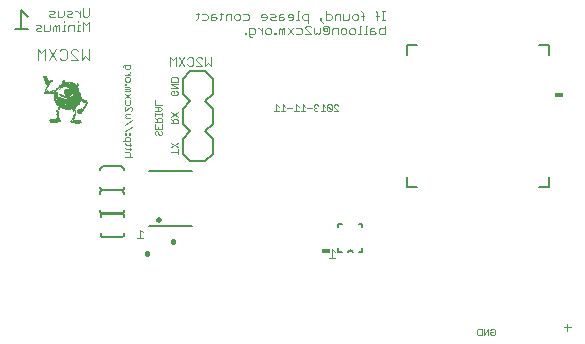
<source format=gbo>
G75*
%MOIN*%
%OFA0B0*%
%FSLAX24Y24*%
%IPPOS*%
%LPD*%
%AMOC8*
5,1,8,0,0,1.08239X$1,22.5*
%
%ADD10C,0.0030*%
%ADD11C,0.0020*%
%ADD12C,0.0060*%
%ADD13R,0.0075X0.0005*%
%ADD14R,0.0095X0.0005*%
%ADD15R,0.0070X0.0005*%
%ADD16R,0.0195X0.0005*%
%ADD17R,0.0135X0.0005*%
%ADD18R,0.0115X0.0005*%
%ADD19R,0.0065X0.0005*%
%ADD20R,0.0165X0.0005*%
%ADD21R,0.0125X0.0005*%
%ADD22R,0.0160X0.0005*%
%ADD23R,0.0140X0.0005*%
%ADD24R,0.0035X0.0005*%
%ADD25R,0.0225X0.0005*%
%ADD26R,0.0155X0.0005*%
%ADD27R,0.0020X0.0005*%
%ADD28R,0.0025X0.0005*%
%ADD29R,0.0190X0.0005*%
%ADD30R,0.0010X0.0005*%
%ADD31R,0.0015X0.0005*%
%ADD32R,0.0085X0.0005*%
%ADD33R,0.0030X0.0005*%
%ADD34R,0.0230X0.0005*%
%ADD35R,0.0080X0.0005*%
%ADD36R,0.0255X0.0005*%
%ADD37R,0.0120X0.0005*%
%ADD38R,0.0220X0.0005*%
%ADD39R,0.0050X0.0005*%
%ADD40R,0.0005X0.0005*%
%ADD41R,0.0040X0.0005*%
%ADD42R,0.0235X0.0005*%
%ADD43R,0.0060X0.0005*%
%ADD44R,0.0105X0.0005*%
%ADD45R,0.0055X0.0005*%
%ADD46R,0.0340X0.0005*%
%ADD47R,0.0325X0.0005*%
%ADD48R,0.0045X0.0005*%
%ADD49R,0.0300X0.0005*%
%ADD50R,0.0285X0.0005*%
%ADD51R,0.0145X0.0005*%
%ADD52R,0.0110X0.0005*%
%ADD53R,0.0100X0.0005*%
%ADD54R,0.0090X0.0005*%
%ADD55R,0.0150X0.0005*%
%ADD56R,0.0215X0.0005*%
%ADD57R,0.0250X0.0005*%
%ADD58R,0.0410X0.0005*%
%ADD59R,0.0430X0.0005*%
%ADD60R,0.0440X0.0005*%
%ADD61R,0.0400X0.0005*%
%ADD62R,0.0465X0.0005*%
%ADD63R,0.0555X0.0005*%
%ADD64R,0.0575X0.0005*%
%ADD65R,0.0590X0.0005*%
%ADD66R,0.0580X0.0005*%
%ADD67R,0.0585X0.0005*%
%ADD68R,0.0595X0.0005*%
%ADD69R,0.0615X0.0005*%
%ADD70R,0.0625X0.0005*%
%ADD71R,0.0630X0.0005*%
%ADD72R,0.0665X0.0005*%
%ADD73R,0.0185X0.0005*%
%ADD74R,0.0425X0.0005*%
%ADD75R,0.0175X0.0005*%
%ADD76R,0.0385X0.0005*%
%ADD77R,0.0370X0.0005*%
%ADD78R,0.0365X0.0005*%
%ADD79R,0.0345X0.0005*%
%ADD80R,0.0130X0.0005*%
%ADD81R,0.0335X0.0005*%
%ADD82R,0.0310X0.0005*%
%ADD83R,0.0315X0.0005*%
%ADD84R,0.0305X0.0005*%
%ADD85R,0.0295X0.0005*%
%ADD86R,0.0245X0.0005*%
%ADD87R,0.0290X0.0005*%
%ADD88R,0.0330X0.0005*%
%ADD89R,0.0280X0.0005*%
%ADD90R,0.0270X0.0005*%
%ADD91R,0.0355X0.0005*%
%ADD92R,0.0360X0.0005*%
%ADD93R,0.0275X0.0005*%
%ADD94R,0.0420X0.0005*%
%ADD95R,0.0265X0.0005*%
%ADD96R,0.0320X0.0005*%
%ADD97R,0.0260X0.0005*%
%ADD98R,0.0170X0.0005*%
%ADD99R,0.0530X0.0005*%
%ADD100R,0.0390X0.0005*%
%ADD101R,0.0180X0.0005*%
%ADD102R,0.0660X0.0005*%
%ADD103R,0.0515X0.0005*%
%ADD104R,0.0510X0.0005*%
%ADD105R,0.0505X0.0005*%
%ADD106R,0.0475X0.0005*%
%ADD107R,0.0480X0.0005*%
%ADD108R,0.0500X0.0005*%
%ADD109R,0.0485X0.0005*%
%ADD110R,0.0445X0.0005*%
%ADD111R,0.0240X0.0005*%
%ADD112R,0.0200X0.0005*%
%ADD113R,0.0350X0.0005*%
%ADD114R,0.0380X0.0005*%
%ADD115R,0.0210X0.0005*%
%ADD116R,0.0205X0.0005*%
%ADD117C,0.0050*%
%ADD118R,0.0280X0.0160*%
%ADD119C,0.0080*%
%ADD120C,0.0160*%
D10*
X004972Y003900D02*
X005165Y003900D01*
X005068Y003900D02*
X005068Y004190D01*
X005165Y004094D01*
X011372Y003240D02*
X011565Y003240D01*
X011468Y003240D02*
X011468Y003530D01*
X011565Y003434D01*
X019178Y000930D02*
X019425Y000930D01*
X019302Y000807D02*
X019302Y001054D01*
X007425Y009645D02*
X007328Y009742D01*
X007232Y009645D01*
X007232Y009935D01*
X007130Y009887D02*
X007082Y009935D01*
X006985Y009935D01*
X006937Y009887D01*
X006937Y009838D01*
X007130Y009645D01*
X006937Y009645D01*
X006836Y009693D02*
X006787Y009645D01*
X006691Y009645D01*
X006642Y009693D01*
X006541Y009645D02*
X006348Y009935D01*
X006246Y009935D02*
X006150Y009838D01*
X006053Y009935D01*
X006053Y009645D01*
X006246Y009645D02*
X006246Y009935D01*
X006541Y009935D02*
X006348Y009645D01*
X006642Y009887D02*
X006691Y009935D01*
X006787Y009935D01*
X006836Y009887D01*
X006836Y009693D01*
X007425Y009645D02*
X007425Y009935D01*
X008700Y010652D02*
X008700Y010893D01*
X008845Y010893D01*
X008893Y010845D01*
X008893Y010748D01*
X008845Y010700D01*
X008700Y010700D01*
X008700Y010652D02*
X008748Y010603D01*
X008797Y010603D01*
X008599Y010700D02*
X008550Y010700D01*
X008550Y010748D01*
X008599Y010748D01*
X008599Y010700D01*
X008994Y010893D02*
X009042Y010893D01*
X009139Y010797D01*
X009139Y010893D02*
X009139Y010700D01*
X009240Y010748D02*
X009240Y010845D01*
X009289Y010893D01*
X009385Y010893D01*
X009434Y010845D01*
X009434Y010748D01*
X009385Y010700D01*
X009289Y010700D01*
X009240Y010748D01*
X009533Y010748D02*
X009533Y010700D01*
X009581Y010700D01*
X009581Y010748D01*
X009533Y010748D01*
X009682Y010700D02*
X009682Y010845D01*
X009730Y010893D01*
X009779Y010845D01*
X009779Y010700D01*
X009876Y010700D02*
X009876Y010893D01*
X009827Y010893D01*
X009779Y010845D01*
X009977Y010893D02*
X010170Y010700D01*
X010271Y010700D02*
X010417Y010700D01*
X010465Y010748D01*
X010465Y010845D01*
X010417Y010893D01*
X010271Y010893D01*
X010170Y010893D02*
X009977Y010700D01*
X010566Y010700D02*
X010760Y010700D01*
X010566Y010893D01*
X010566Y010942D01*
X010614Y010990D01*
X010711Y010990D01*
X010760Y010942D01*
X010861Y010893D02*
X010861Y010748D01*
X010909Y010700D01*
X010957Y010748D01*
X011006Y010700D01*
X011054Y010748D01*
X011054Y010893D01*
X011155Y010845D02*
X011155Y010942D01*
X011204Y010990D01*
X011300Y010990D01*
X011349Y010942D01*
X011349Y010748D01*
X011300Y010700D01*
X011204Y010700D01*
X011155Y010748D01*
X011204Y010797D02*
X011204Y010893D01*
X011300Y010893D01*
X011300Y010797D01*
X011204Y010797D01*
X011155Y010845D01*
X011450Y010845D02*
X011450Y010700D01*
X011450Y010845D02*
X011498Y010893D01*
X011644Y010893D01*
X011644Y010700D01*
X011745Y010748D02*
X011745Y010845D01*
X011793Y010893D01*
X011890Y010893D01*
X011938Y010845D01*
X011938Y010748D01*
X011890Y010700D01*
X011793Y010700D01*
X011745Y010748D01*
X012039Y010748D02*
X012039Y010845D01*
X012088Y010893D01*
X012184Y010893D01*
X012233Y010845D01*
X012233Y010748D01*
X012184Y010700D01*
X012088Y010700D01*
X012039Y010748D01*
X012333Y010700D02*
X012429Y010700D01*
X012381Y010700D02*
X012381Y010990D01*
X012429Y010990D01*
X012577Y010990D02*
X012577Y010700D01*
X012529Y010700D02*
X012626Y010700D01*
X012727Y010700D02*
X012872Y010700D01*
X012920Y010748D01*
X012872Y010797D01*
X012727Y010797D01*
X012727Y010845D02*
X012727Y010700D01*
X012727Y010845D02*
X012775Y010893D01*
X012872Y010893D01*
X013022Y010845D02*
X013022Y010748D01*
X013070Y010700D01*
X013215Y010700D01*
X013215Y010990D01*
X013215Y010893D02*
X013070Y010893D01*
X013022Y010845D01*
X012626Y010990D02*
X012577Y010990D01*
X012479Y011180D02*
X012479Y011422D01*
X012431Y011470D01*
X012431Y011325D02*
X012527Y011325D01*
X012331Y011325D02*
X012331Y011228D01*
X012283Y011180D01*
X012186Y011180D01*
X012138Y011228D01*
X012138Y011325D01*
X012186Y011373D01*
X012283Y011373D01*
X012331Y011325D01*
X012036Y011373D02*
X012036Y011228D01*
X011988Y011180D01*
X011843Y011180D01*
X011843Y011373D01*
X011742Y011373D02*
X011742Y011180D01*
X011742Y011373D02*
X011597Y011373D01*
X011548Y011325D01*
X011548Y011180D01*
X011447Y011228D02*
X011447Y011325D01*
X011399Y011373D01*
X011254Y011373D01*
X011254Y011470D02*
X011254Y011180D01*
X011399Y011180D01*
X011447Y011228D01*
X011152Y011083D02*
X011056Y011180D01*
X011104Y011180D01*
X011104Y011228D01*
X011056Y011228D01*
X011056Y011180D01*
X010661Y011180D02*
X010516Y011180D01*
X010468Y011228D01*
X010468Y011325D01*
X010516Y011373D01*
X010661Y011373D01*
X010661Y011083D01*
X010367Y011180D02*
X010270Y011180D01*
X010318Y011180D02*
X010318Y011470D01*
X010367Y011470D01*
X010170Y011325D02*
X010122Y011373D01*
X010025Y011373D01*
X009977Y011325D01*
X009977Y011277D01*
X010170Y011277D01*
X010170Y011325D02*
X010170Y011228D01*
X010122Y011180D01*
X010025Y011180D01*
X009876Y011228D02*
X009827Y011277D01*
X009682Y011277D01*
X009682Y011325D02*
X009682Y011180D01*
X009827Y011180D01*
X009876Y011228D01*
X009827Y011373D02*
X009730Y011373D01*
X009682Y011325D01*
X009581Y011325D02*
X009533Y011373D01*
X009387Y011373D01*
X009436Y011277D02*
X009533Y011277D01*
X009581Y011325D01*
X009581Y011180D02*
X009436Y011180D01*
X009387Y011228D01*
X009436Y011277D01*
X009286Y011277D02*
X009093Y011277D01*
X009093Y011325D01*
X009141Y011373D01*
X009238Y011373D01*
X009286Y011325D01*
X009286Y011228D01*
X009238Y011180D01*
X009141Y011180D01*
X008697Y011228D02*
X008649Y011180D01*
X008504Y011180D01*
X008402Y011228D02*
X008354Y011180D01*
X008257Y011180D01*
X008209Y011228D01*
X008209Y011325D01*
X008257Y011373D01*
X008354Y011373D01*
X008402Y011325D01*
X008402Y011228D01*
X008504Y011373D02*
X008649Y011373D01*
X008697Y011325D01*
X008697Y011228D01*
X008108Y011180D02*
X008108Y011373D01*
X007963Y011373D01*
X007914Y011325D01*
X007914Y011180D01*
X007765Y011228D02*
X007716Y011180D01*
X007765Y011228D02*
X007765Y011422D01*
X007813Y011373D02*
X007716Y011373D01*
X007568Y011373D02*
X007471Y011373D01*
X007423Y011325D01*
X007423Y011180D01*
X007568Y011180D01*
X007617Y011228D01*
X007568Y011277D01*
X007423Y011277D01*
X007322Y011325D02*
X007322Y011228D01*
X007274Y011180D01*
X007128Y011180D01*
X006979Y011228D02*
X006931Y011180D01*
X006979Y011228D02*
X006979Y011422D01*
X007027Y011373D02*
X006931Y011373D01*
X007128Y011373D02*
X007274Y011373D01*
X007322Y011325D01*
X003345Y011333D02*
X003297Y011285D01*
X003200Y011285D01*
X003152Y011333D01*
X003152Y011575D01*
X003050Y011478D02*
X003050Y011285D01*
X003050Y011382D02*
X002954Y011478D01*
X002905Y011478D01*
X002805Y011430D02*
X002756Y011382D01*
X002660Y011382D01*
X002611Y011333D01*
X002660Y011285D01*
X002805Y011285D01*
X002805Y011430D02*
X002756Y011478D01*
X002611Y011478D01*
X002510Y011478D02*
X002510Y011333D01*
X002462Y011285D01*
X002317Y011285D01*
X002317Y011478D01*
X002216Y011430D02*
X002167Y011382D01*
X002070Y011382D01*
X002022Y011333D01*
X002070Y011285D01*
X002216Y011285D01*
X002216Y011430D02*
X002167Y011478D01*
X002022Y011478D01*
X002511Y011144D02*
X002511Y011095D01*
X002511Y010998D02*
X002511Y010805D01*
X002559Y010805D02*
X002463Y010805D01*
X002363Y010805D02*
X002363Y010998D01*
X002314Y010998D01*
X002266Y010950D01*
X002218Y010998D01*
X002169Y010950D01*
X002169Y010805D01*
X002266Y010805D02*
X002266Y010950D01*
X002068Y010998D02*
X002068Y010853D01*
X002020Y010805D01*
X001875Y010805D01*
X001875Y010998D01*
X001774Y010950D02*
X001725Y010902D01*
X001628Y010902D01*
X001580Y010853D01*
X001628Y010805D01*
X001774Y010805D01*
X001774Y010950D02*
X001725Y010998D01*
X001580Y010998D01*
X002511Y010998D02*
X002559Y010998D01*
X002660Y010950D02*
X002660Y010805D01*
X002660Y010950D02*
X002709Y010998D01*
X002854Y010998D01*
X002854Y010805D01*
X002954Y010805D02*
X003050Y010805D01*
X003002Y010805D02*
X003002Y010998D01*
X003050Y010998D01*
X003002Y011095D02*
X003002Y011144D01*
X003152Y011095D02*
X003152Y010805D01*
X003345Y010805D02*
X003345Y011095D01*
X003248Y010998D01*
X003152Y011095D01*
X003345Y011333D02*
X003345Y011575D01*
X003365Y010215D02*
X003365Y009845D01*
X003242Y009968D01*
X003118Y009845D01*
X003118Y010215D01*
X002997Y010154D02*
X002935Y010215D01*
X002812Y010215D01*
X002750Y010154D01*
X002750Y010092D01*
X002997Y009845D01*
X002750Y009845D01*
X002628Y009907D02*
X002567Y009845D01*
X002443Y009845D01*
X002381Y009907D01*
X002260Y009845D02*
X002013Y010215D01*
X001892Y010215D02*
X001768Y010092D01*
X001645Y010215D01*
X001645Y009845D01*
X001892Y009845D02*
X001892Y010215D01*
X002260Y010215D02*
X002013Y009845D01*
X002381Y010154D02*
X002443Y010215D01*
X002567Y010215D01*
X002628Y010154D01*
X002628Y009907D01*
X012922Y011325D02*
X013019Y011325D01*
X012970Y011422D02*
X012922Y011470D01*
X012970Y011422D02*
X012970Y011180D01*
X013118Y011180D02*
X013215Y011180D01*
X013167Y011180D02*
X013167Y011470D01*
X013215Y011470D02*
X013118Y011470D01*
D11*
X011633Y008360D02*
X011670Y008323D01*
X011633Y008360D02*
X011560Y008360D01*
X011523Y008323D01*
X011523Y008287D01*
X011670Y008140D01*
X011523Y008140D01*
X011449Y008177D02*
X011412Y008140D01*
X011339Y008140D01*
X011302Y008177D01*
X011302Y008323D01*
X011449Y008177D01*
X011449Y008323D01*
X011412Y008360D01*
X011339Y008360D01*
X011302Y008323D01*
X011228Y008287D02*
X011155Y008360D01*
X011155Y008140D01*
X011228Y008140D02*
X011081Y008140D01*
X011007Y008177D02*
X010970Y008140D01*
X010897Y008140D01*
X010860Y008177D01*
X010860Y008213D01*
X010897Y008250D01*
X010934Y008250D01*
X010897Y008250D02*
X010860Y008287D01*
X010860Y008323D01*
X010897Y008360D01*
X010970Y008360D01*
X011007Y008323D01*
X010786Y008250D02*
X010639Y008250D01*
X010565Y008287D02*
X010492Y008360D01*
X010492Y008140D01*
X010565Y008140D02*
X010418Y008140D01*
X010344Y008140D02*
X010197Y008140D01*
X010271Y008140D02*
X010271Y008360D01*
X010344Y008287D01*
X010123Y008250D02*
X009976Y008250D01*
X009902Y008287D02*
X009829Y008360D01*
X009829Y008140D01*
X009902Y008140D02*
X009755Y008140D01*
X009681Y008140D02*
X009534Y008140D01*
X009608Y008140D02*
X009608Y008360D01*
X009681Y008287D01*
X006310Y008106D02*
X006090Y007959D01*
X006090Y007885D02*
X006163Y007811D01*
X006163Y007848D02*
X006163Y007738D01*
X006090Y007738D02*
X006310Y007738D01*
X006310Y007848D01*
X006273Y007885D01*
X006200Y007885D01*
X006163Y007848D01*
X006310Y007959D02*
X006090Y008106D01*
X005785Y008064D02*
X005785Y007991D01*
X005785Y008027D02*
X005565Y008027D01*
X005565Y007991D02*
X005565Y008064D01*
X005565Y008138D02*
X005712Y008138D01*
X005785Y008211D01*
X005712Y008285D01*
X005565Y008285D01*
X005565Y008359D02*
X005565Y008506D01*
X005565Y008359D02*
X005785Y008359D01*
X005675Y008285D02*
X005675Y008138D01*
X005675Y007916D02*
X005638Y007880D01*
X005638Y007770D01*
X005565Y007770D02*
X005785Y007770D01*
X005785Y007880D01*
X005748Y007916D01*
X005675Y007916D01*
X005638Y007843D02*
X005565Y007916D01*
X005565Y007696D02*
X005565Y007549D01*
X005785Y007549D01*
X005785Y007696D01*
X005675Y007622D02*
X005675Y007549D01*
X005638Y007475D02*
X005675Y007438D01*
X005675Y007364D01*
X005712Y007328D01*
X005748Y007328D01*
X005785Y007364D01*
X005785Y007438D01*
X005748Y007475D01*
X005638Y007475D02*
X005602Y007475D01*
X005565Y007438D01*
X005565Y007364D01*
X005602Y007328D01*
X006090Y007086D02*
X006310Y006939D01*
X006310Y006865D02*
X006310Y006718D01*
X006310Y006791D02*
X006090Y006791D01*
X006090Y006939D02*
X006310Y007086D01*
X004753Y007025D02*
X004607Y007025D01*
X004570Y007062D01*
X004570Y007136D02*
X004570Y007246D01*
X004607Y007282D01*
X004680Y007282D01*
X004717Y007246D01*
X004717Y007136D01*
X004497Y007136D01*
X004717Y007062D02*
X004717Y006988D01*
X004717Y006914D02*
X004717Y006841D01*
X004753Y006878D02*
X004607Y006878D01*
X004570Y006914D01*
X004570Y006767D02*
X004680Y006767D01*
X004717Y006730D01*
X004717Y006657D01*
X004680Y006620D01*
X004790Y006620D02*
X004570Y006620D01*
X004570Y007357D02*
X004607Y007357D01*
X004607Y007393D01*
X004570Y007393D01*
X004570Y007357D01*
X004680Y007357D02*
X004717Y007357D01*
X004717Y007393D01*
X004680Y007393D01*
X004680Y007357D01*
X004570Y007467D02*
X004790Y007614D01*
X004790Y007835D02*
X004570Y007688D01*
X004607Y007909D02*
X004570Y007946D01*
X004607Y007982D01*
X004570Y008019D01*
X004607Y008056D01*
X004717Y008056D01*
X004753Y008130D02*
X004790Y008167D01*
X004790Y008240D01*
X004753Y008277D01*
X004717Y008277D01*
X004570Y008130D01*
X004570Y008277D01*
X004607Y008351D02*
X004570Y008388D01*
X004570Y008498D01*
X004570Y008572D02*
X004717Y008719D01*
X004717Y008793D02*
X004570Y008793D01*
X004570Y008866D02*
X004680Y008866D01*
X004717Y008903D01*
X004680Y008940D01*
X004570Y008940D01*
X004570Y009014D02*
X004570Y009051D01*
X004607Y009051D01*
X004607Y009014D01*
X004570Y009014D01*
X004607Y009125D02*
X004570Y009161D01*
X004570Y009235D01*
X004607Y009271D01*
X004680Y009271D01*
X004717Y009235D01*
X004717Y009161D01*
X004680Y009125D01*
X004607Y009125D01*
X004643Y009346D02*
X004717Y009419D01*
X004717Y009456D01*
X004680Y009530D02*
X004607Y009530D01*
X004570Y009566D01*
X004570Y009676D01*
X004533Y009676D02*
X004717Y009676D01*
X004717Y009566D01*
X004680Y009530D01*
X004497Y009603D02*
X004497Y009640D01*
X004533Y009676D01*
X004570Y009346D02*
X004717Y009346D01*
X004680Y008866D02*
X004717Y008830D01*
X004717Y008793D01*
X004570Y008719D02*
X004717Y008572D01*
X004717Y008498D02*
X004717Y008388D01*
X004680Y008351D01*
X004607Y008351D01*
X004607Y007909D02*
X004717Y007909D01*
X006090Y008714D02*
X006090Y008787D01*
X006127Y008824D01*
X006200Y008824D01*
X006200Y008750D01*
X006127Y008677D02*
X006090Y008714D01*
X006127Y008677D02*
X006273Y008677D01*
X006310Y008714D01*
X006310Y008787D01*
X006273Y008824D01*
X006310Y008898D02*
X006090Y008898D01*
X006090Y009045D02*
X006310Y009045D01*
X006310Y009119D02*
X006090Y009119D01*
X006090Y009229D01*
X006127Y009266D01*
X006273Y009266D01*
X006310Y009229D01*
X006310Y009119D01*
X006310Y008898D02*
X006090Y009045D01*
X016301Y000843D02*
X016338Y000880D01*
X016448Y000880D01*
X016448Y000660D01*
X016338Y000660D01*
X016301Y000697D01*
X016301Y000843D01*
X016522Y000880D02*
X016522Y000660D01*
X016669Y000880D01*
X016669Y000660D01*
X016743Y000697D02*
X016743Y000770D01*
X016817Y000770D01*
X016890Y000697D02*
X016853Y000660D01*
X016780Y000660D01*
X016743Y000697D01*
X016890Y000697D02*
X016890Y000843D01*
X016853Y000880D01*
X016780Y000880D01*
X016743Y000843D01*
D12*
X006790Y004295D02*
X005370Y004295D01*
X005370Y006155D02*
X006790Y006155D01*
X001315Y010865D02*
X000888Y010865D01*
X001101Y010865D02*
X001101Y011506D01*
X001315Y011292D01*
D13*
X001975Y009115D03*
X002510Y008970D03*
X002625Y009035D03*
X002625Y009040D03*
X002765Y008905D03*
X002695Y008655D03*
X002635Y008670D03*
X002600Y008585D03*
X002600Y008580D03*
X002500Y008525D03*
X002325Y008525D03*
X002320Y008530D03*
X002235Y008505D03*
X002245Y008480D03*
X002245Y008475D03*
X002245Y008470D03*
X002255Y008445D03*
X002265Y008430D03*
X002265Y008425D03*
X002270Y008420D03*
X002325Y008010D03*
X002340Y007885D03*
X002340Y007880D03*
X002105Y007800D03*
X002095Y007785D03*
X002095Y007780D03*
X002085Y007760D03*
X002835Y007840D03*
X002840Y007850D03*
X002960Y007800D03*
X003015Y007765D03*
X002945Y007720D03*
X003245Y008400D03*
D14*
X002870Y008200D03*
X002870Y008195D03*
X002870Y008175D03*
X002525Y008335D03*
X002510Y008340D03*
X002310Y008365D03*
X002295Y008380D03*
X002630Y008675D03*
X002695Y008660D03*
X002630Y008840D03*
X002745Y008935D03*
X002790Y009050D03*
X002780Y009055D03*
X001965Y009085D03*
X001965Y009145D03*
X002905Y007810D03*
X002940Y007725D03*
X003030Y007750D03*
D15*
X003033Y007725D03*
X002888Y007820D03*
X002838Y007845D03*
X002843Y007855D03*
X002843Y007860D03*
X002848Y007865D03*
X002848Y007870D03*
X002858Y007900D03*
X002858Y007905D03*
X002858Y007910D03*
X002863Y007920D03*
X002863Y007925D03*
X002868Y007935D03*
X002868Y007940D03*
X002883Y007975D03*
X002888Y007985D03*
X003153Y008165D03*
X002713Y008670D03*
X002768Y008895D03*
X002768Y008900D03*
X002223Y008650D03*
X002223Y008645D03*
X002223Y008640D03*
X002223Y008635D03*
X002223Y008615D03*
X002223Y008610D03*
X002243Y008495D03*
X002243Y008490D03*
X002243Y008485D03*
X002253Y008455D03*
X002253Y008450D03*
X002263Y008435D03*
X002313Y008090D03*
X002323Y008040D03*
X002323Y008035D03*
X002323Y008030D03*
X002323Y008025D03*
X002323Y008015D03*
X002338Y007945D03*
X002338Y007940D03*
X002338Y007935D03*
X002338Y007930D03*
X002338Y007925D03*
X002338Y007920D03*
X002338Y007915D03*
X002338Y007910D03*
X002338Y007905D03*
X002338Y007900D03*
X002338Y007895D03*
X002338Y007890D03*
X002103Y007795D03*
D16*
X002975Y007730D03*
X002630Y008755D03*
X002630Y008760D03*
X002630Y008765D03*
X002630Y008770D03*
X002630Y008775D03*
D17*
X002605Y008740D03*
X002605Y008735D03*
X002255Y008690D03*
X002255Y008680D03*
X002255Y008675D03*
X002255Y008670D03*
X002255Y008665D03*
X002255Y008660D03*
X002875Y008945D03*
X002875Y008950D03*
X002865Y008970D03*
X002865Y008975D03*
X002865Y008980D03*
X003250Y008420D03*
X002905Y007735D03*
X002835Y007755D03*
D18*
X003040Y007735D03*
X002360Y008330D03*
X002335Y008345D03*
X002545Y008515D03*
X002255Y008735D03*
X002255Y008740D03*
X002665Y008790D03*
X002725Y008955D03*
X002820Y009030D03*
X002835Y009015D03*
D19*
X002770Y008890D03*
X002570Y009070D03*
X002265Y008815D03*
X002240Y008775D03*
X002240Y008770D03*
X002240Y008755D03*
X002220Y008630D03*
X002220Y008625D03*
X002220Y008620D03*
X002220Y008605D03*
X002220Y008600D03*
X002490Y008530D03*
X002680Y008640D03*
X003160Y008175D03*
X003150Y008160D03*
X002890Y007995D03*
X002890Y007990D03*
X002885Y007980D03*
X002880Y007970D03*
X002880Y007965D03*
X002875Y007960D03*
X002875Y007955D03*
X002870Y007950D03*
X002870Y007945D03*
X002865Y007930D03*
X002860Y007915D03*
X002850Y007890D03*
X002850Y007885D03*
X002850Y007880D03*
X002850Y007875D03*
X002890Y007815D03*
X002845Y007770D03*
X002970Y007785D03*
X002970Y007790D03*
X002330Y007950D03*
X002330Y007955D03*
X002330Y007960D03*
X002330Y007965D03*
X002330Y007970D03*
X002330Y007975D03*
X002330Y007980D03*
X002330Y007985D03*
X002330Y007990D03*
X002330Y007995D03*
X002330Y008000D03*
X002330Y008005D03*
X002320Y008045D03*
X002320Y008050D03*
X002320Y008055D03*
X002320Y008060D03*
X002315Y008065D03*
X002315Y008070D03*
X002315Y008075D03*
X002315Y008080D03*
X002315Y008085D03*
X002310Y008095D03*
X002310Y008100D03*
X002310Y008110D03*
X002310Y008115D03*
X002100Y007790D03*
X002090Y007755D03*
X002170Y007740D03*
X001990Y009075D03*
X001915Y009185D03*
D20*
X002625Y009020D03*
X002895Y008930D03*
X002895Y008925D03*
X002895Y008915D03*
X002900Y008900D03*
X002900Y008895D03*
X002630Y008375D03*
X002630Y008370D03*
X002395Y008315D03*
X003050Y008090D03*
X002890Y007740D03*
D21*
X003045Y007740D03*
X003045Y007745D03*
X003120Y008150D03*
X002365Y008325D03*
X002360Y008505D03*
X002360Y008510D03*
X002350Y008515D03*
X002605Y008720D03*
X002605Y008725D03*
X002580Y008945D03*
X002580Y008950D03*
X002840Y009010D03*
X002845Y009005D03*
X002850Y008995D03*
X002855Y008990D03*
X001965Y009125D03*
X002330Y007850D03*
D22*
X002308Y007840D03*
X002153Y007745D03*
X003068Y008105D03*
X003198Y008455D03*
X002628Y008810D03*
X002898Y008905D03*
X002893Y008920D03*
D23*
X002863Y008985D03*
X002633Y008830D03*
X002633Y008825D03*
X002608Y008745D03*
X002608Y008730D03*
X002258Y008655D03*
X003108Y008140D03*
X002858Y007745D03*
X002833Y007760D03*
D24*
X002800Y007790D03*
X002950Y007745D03*
X003075Y008050D03*
X003000Y008095D03*
X003020Y008160D03*
X003020Y008165D03*
X003020Y008170D03*
X003020Y008175D03*
X003020Y008180D03*
X002905Y008140D03*
X002905Y008135D03*
X002855Y008135D03*
X003190Y008200D03*
X003205Y008235D03*
X003215Y008245D03*
X003215Y008250D03*
X003225Y008265D03*
X003225Y008270D03*
X003230Y008275D03*
X003235Y008280D03*
X003235Y008285D03*
X003250Y008305D03*
X003250Y008310D03*
X003250Y008315D03*
X003270Y008340D03*
X003275Y008355D03*
X003285Y008370D03*
X003285Y008375D03*
X003290Y008380D03*
X003295Y008390D03*
X002685Y008460D03*
X002645Y008360D03*
X002455Y008355D03*
X002435Y008360D03*
X002415Y008370D03*
X002400Y008380D03*
X002355Y008180D03*
X002355Y008175D03*
X002345Y008160D03*
X002300Y008545D03*
X002300Y008550D03*
X002295Y008560D03*
X002295Y008565D03*
X002295Y008570D03*
X002330Y008590D03*
X002355Y008580D03*
X002360Y008575D03*
X002400Y008560D03*
X002470Y008615D03*
X002625Y008660D03*
X002625Y008665D03*
X002705Y008615D03*
X002785Y008770D03*
X002785Y008775D03*
X002785Y008780D03*
X002785Y008785D03*
X002785Y008820D03*
X002785Y008825D03*
X002685Y008915D03*
X002670Y008925D03*
X002655Y008930D03*
X002535Y009055D03*
X002505Y009035D03*
X002480Y009020D03*
X002460Y009005D03*
X002470Y008945D03*
X002355Y008900D03*
X002340Y008890D03*
X002300Y008855D03*
X002285Y008630D03*
X002285Y008625D03*
X001980Y008780D03*
X001970Y008775D03*
X001990Y008990D03*
X001995Y009055D03*
X001955Y009180D03*
X001925Y009240D03*
X001920Y009250D03*
X001925Y009280D03*
X002520Y009130D03*
X002530Y009110D03*
X002165Y007770D03*
D25*
X002180Y007750D03*
X002300Y007775D03*
X002300Y007780D03*
X002300Y007805D03*
X002655Y008200D03*
X002920Y008785D03*
D26*
X003210Y008450D03*
X003225Y008440D03*
X003235Y008430D03*
X003240Y008425D03*
X002670Y008185D03*
X003060Y008100D03*
X003075Y008110D03*
X002850Y007750D03*
X002265Y008595D03*
D27*
X002348Y008585D03*
X002378Y008570D03*
X002348Y008540D03*
X002348Y008535D03*
X002343Y008445D03*
X002343Y008440D03*
X002348Y008430D03*
X002353Y008420D03*
X002368Y008405D03*
X002373Y008400D03*
X002378Y008395D03*
X002388Y008390D03*
X002393Y008385D03*
X002468Y008510D03*
X002483Y008610D03*
X002493Y008635D03*
X002438Y008635D03*
X002718Y008625D03*
X002723Y008630D03*
X002733Y008635D03*
X002753Y008655D03*
X002738Y008865D03*
X002723Y008880D03*
X002498Y008935D03*
X002428Y008985D03*
X002388Y008940D03*
X002378Y008930D03*
X002353Y008910D03*
X002348Y008905D03*
X002018Y009015D03*
X002018Y009030D03*
X002003Y009045D03*
X001983Y009060D03*
X001953Y009030D03*
X001988Y008970D03*
X001988Y008965D03*
X001988Y008960D03*
X001988Y008955D03*
X001988Y008950D03*
X001933Y008795D03*
X001943Y008750D03*
X001903Y008735D03*
X001903Y008730D03*
X001903Y008720D03*
X001918Y009100D03*
X001918Y009110D03*
X001903Y009145D03*
X001968Y009170D03*
X001973Y009165D03*
X001963Y009185D03*
X001963Y009190D03*
X001943Y009220D03*
X001938Y009230D03*
X001933Y009235D03*
X001923Y009255D03*
X001903Y009245D03*
X001908Y009230D03*
X001878Y009235D03*
X001873Y009245D03*
X001863Y009260D03*
X001863Y009265D03*
X001893Y009270D03*
X001928Y009285D03*
X001958Y009240D03*
X002993Y009030D03*
X002993Y009025D03*
X002618Y008480D03*
X002643Y008355D03*
X002698Y008365D03*
X002913Y008120D03*
X002913Y008115D03*
X002913Y008095D03*
X002913Y008075D03*
X002913Y008070D03*
X002913Y008045D03*
X002913Y008040D03*
X002913Y008035D03*
X002913Y008030D03*
X002913Y008025D03*
X003023Y008055D03*
X003023Y008060D03*
X002793Y007805D03*
X002818Y007775D03*
X002943Y007775D03*
X002943Y007770D03*
X002943Y007765D03*
X002943Y007760D03*
X002953Y007750D03*
X003038Y007770D03*
X003038Y007775D03*
X003088Y007775D03*
X002288Y008125D03*
X002288Y008130D03*
X002168Y007790D03*
X002168Y007785D03*
X002168Y007780D03*
D28*
X002170Y007775D03*
X002315Y007870D03*
X002335Y008130D03*
X002335Y008135D03*
X002805Y007825D03*
X003020Y007810D03*
X003050Y007800D03*
X003075Y007790D03*
X003080Y007785D03*
X003090Y007770D03*
X003095Y007750D03*
X002910Y008015D03*
X002910Y008055D03*
X002910Y008060D03*
X002910Y008065D03*
X002910Y008080D03*
X002910Y008085D03*
X002910Y008090D03*
X002910Y008100D03*
X002910Y008105D03*
X002910Y008110D03*
X002910Y008125D03*
X002910Y008130D03*
X002850Y008130D03*
X002850Y008125D03*
X002905Y008230D03*
X003020Y008155D03*
X003020Y008150D03*
X003095Y008160D03*
X003070Y008045D03*
X003245Y008295D03*
X002800Y008695D03*
X002800Y008700D03*
X002690Y008690D03*
X002630Y008695D03*
X002690Y008610D03*
X002710Y008620D03*
X002615Y008475D03*
X002535Y008485D03*
X002535Y008490D03*
X002465Y008505D03*
X002390Y008565D03*
X002495Y008605D03*
X002335Y008450D03*
X002350Y008425D03*
X002360Y008415D03*
X002125Y008785D03*
X001975Y008785D03*
X001965Y008770D03*
X001955Y008760D03*
X001955Y008755D03*
X001975Y009000D03*
X001970Y009010D03*
X001965Y009015D03*
X001960Y009020D03*
X001925Y009090D03*
X001950Y009210D03*
X001950Y009215D03*
X001915Y009220D03*
X001930Y009245D03*
X001875Y009240D03*
X001870Y009250D03*
X001875Y009280D03*
X002145Y009140D03*
X002370Y008925D03*
X002370Y008920D03*
X002380Y008935D03*
X002460Y008935D03*
X002465Y008940D03*
X002520Y008940D03*
X002560Y009085D03*
X002690Y008910D03*
X002695Y008905D03*
X002700Y008900D03*
X002720Y008885D03*
X002985Y008960D03*
D29*
X002898Y008955D03*
X002633Y008780D03*
X002393Y008500D03*
X001993Y008710D03*
X002303Y007815D03*
X002228Y007755D03*
D30*
X002153Y007840D03*
X002338Y008105D03*
X002523Y008305D03*
X002508Y008375D03*
X002488Y008390D03*
X002638Y008335D03*
X002913Y008235D03*
X003028Y008095D03*
X003138Y008180D03*
X002878Y008010D03*
X002788Y007800D03*
X002788Y007795D03*
X002788Y007775D03*
X002913Y007755D03*
X002918Y007765D03*
X003028Y007805D03*
X002448Y008630D03*
X002433Y008640D03*
X002423Y008650D03*
X002623Y008640D03*
X002633Y008650D03*
X002678Y008665D03*
X002658Y008710D03*
X002658Y008715D03*
X002683Y008735D03*
X002623Y008700D03*
X002738Y008645D03*
X002743Y008650D03*
X002758Y008665D03*
X002773Y008665D03*
X002788Y008675D03*
X002788Y008680D03*
X002778Y008700D03*
X002778Y008705D03*
X002758Y008770D03*
X002758Y008775D03*
X002758Y008820D03*
X002758Y008825D03*
X002743Y008850D03*
X002743Y008855D03*
X002958Y008965D03*
X002963Y008960D03*
X002963Y008975D03*
X003013Y008830D03*
X003013Y008825D03*
X003048Y008740D03*
X003048Y008735D03*
X002493Y008930D03*
X002468Y008915D03*
X002453Y008920D03*
X002448Y008915D03*
X002433Y008915D03*
X002433Y008905D03*
X002433Y008885D03*
X002453Y008930D03*
X002428Y008945D03*
X002408Y008935D03*
X002398Y008945D03*
X002403Y008960D03*
X002418Y008975D03*
X002423Y008980D03*
X002443Y008965D03*
X002463Y008990D03*
X002468Y008995D03*
X002518Y009095D03*
X002503Y009110D03*
X002518Y009150D03*
X002518Y009155D03*
X002543Y009090D03*
X002558Y009090D03*
X002373Y008915D03*
X002373Y008910D03*
X002338Y008860D03*
X002333Y008850D03*
X002188Y008800D03*
X002153Y008750D03*
X002153Y008745D03*
X002133Y008745D03*
X002133Y008750D03*
X001983Y008800D03*
X001938Y008820D03*
X001938Y008825D03*
X001933Y008805D03*
X001928Y008800D03*
X001923Y008790D03*
X001923Y008785D03*
X001918Y008770D03*
X001908Y008745D03*
X001903Y008725D03*
X001948Y008845D03*
X001948Y008850D03*
X001958Y008870D03*
X001958Y008875D03*
X001963Y008880D03*
X001963Y008885D03*
X001963Y008890D03*
X001968Y008895D03*
X001978Y008915D03*
X001978Y008920D03*
X001978Y008925D03*
X001983Y008940D03*
X001998Y008915D03*
X001998Y008910D03*
X002043Y008980D03*
X002043Y008985D03*
X002053Y009020D03*
X002053Y009025D03*
X002053Y009030D03*
X002063Y009045D03*
X002063Y009050D03*
X002073Y009065D03*
X002073Y009070D03*
X002083Y009075D03*
X002093Y009085D03*
X002108Y009110D03*
X002088Y009125D03*
X002078Y009120D03*
X002078Y009115D03*
X002073Y009110D03*
X002103Y009135D03*
X002138Y009130D03*
X002163Y009130D03*
X002028Y009110D03*
X001998Y009160D03*
X001993Y009165D03*
X001983Y009200D03*
X001978Y009210D03*
X001978Y009215D03*
X001968Y009230D03*
X001963Y009235D03*
X001948Y009260D03*
X001948Y009265D03*
X001913Y009235D03*
X001898Y009240D03*
X001903Y009255D03*
X001878Y009230D03*
X001878Y009225D03*
X001883Y009220D03*
X001888Y009210D03*
X001888Y009205D03*
X001888Y009200D03*
X001888Y009195D03*
X001903Y009195D03*
X001913Y009200D03*
X001913Y009210D03*
X001928Y009210D03*
X001933Y009200D03*
X001933Y009195D03*
X001948Y009200D03*
X001968Y009200D03*
X001948Y009165D03*
X001963Y009130D03*
X001948Y009035D03*
X002023Y009050D03*
X001858Y009270D03*
D31*
X001865Y009255D03*
X001895Y009265D03*
X001885Y009215D03*
X001910Y009205D03*
X001930Y009205D03*
X001955Y009195D03*
X001965Y009175D03*
X001945Y009175D03*
X001945Y009170D03*
X001905Y009135D03*
X001905Y009130D03*
X001900Y009140D03*
X001915Y009105D03*
X001920Y009095D03*
X001935Y009065D03*
X001935Y009060D03*
X001940Y009055D03*
X001940Y009050D03*
X001945Y009045D03*
X001945Y009040D03*
X001955Y009025D03*
X002005Y009040D03*
X002005Y009050D03*
X002025Y009115D03*
X002090Y009090D03*
X002095Y009100D03*
X002105Y009105D03*
X002115Y009115D03*
X002095Y009130D03*
X002155Y009135D03*
X001970Y009225D03*
X001955Y009245D03*
X001955Y009250D03*
X001990Y008975D03*
X001985Y008945D03*
X001980Y008935D03*
X001980Y008930D03*
X002005Y008935D03*
X001970Y008905D03*
X001970Y008900D03*
X001955Y008865D03*
X001945Y008840D03*
X001945Y008835D03*
X001940Y008830D03*
X001935Y008815D03*
X001935Y008810D03*
X001920Y008780D03*
X001920Y008775D03*
X001915Y008765D03*
X001910Y008760D03*
X001910Y008755D03*
X001910Y008750D03*
X001905Y008740D03*
X001940Y008745D03*
X001980Y008790D03*
X001985Y008795D03*
X001985Y008805D03*
X002095Y008750D03*
X002095Y008745D03*
X002145Y008790D03*
X002165Y008795D03*
X002330Y008855D03*
X002355Y008915D03*
X002410Y008965D03*
X002410Y008970D03*
X002435Y008960D03*
X002435Y008955D03*
X002430Y008950D03*
X002445Y008970D03*
X002435Y008990D03*
X002445Y008995D03*
X002450Y009000D03*
X002470Y009000D03*
X002470Y008920D03*
X002435Y008890D03*
X002565Y009080D03*
X002540Y009095D03*
X002740Y008860D03*
X002795Y008705D03*
X002775Y008690D03*
X002735Y008640D03*
X002665Y008690D03*
X002665Y008705D03*
X002645Y008655D03*
X002665Y008525D03*
X002540Y008495D03*
X002465Y008515D03*
X002400Y008525D03*
X002345Y008435D03*
X002365Y008410D03*
X002505Y008370D03*
X002575Y008355D03*
X002545Y008305D03*
X002640Y008340D03*
X002645Y008345D03*
X002645Y008350D03*
X002785Y008200D03*
X002915Y008050D03*
X002915Y008020D03*
X002985Y008070D03*
X002995Y008125D03*
X003020Y008145D03*
X003095Y008165D03*
X003135Y008210D03*
X003135Y008215D03*
X003085Y007800D03*
X003085Y007780D03*
X003050Y007805D03*
X003040Y007790D03*
X003040Y007785D03*
X003040Y007780D03*
X002945Y007780D03*
X002945Y007755D03*
X002915Y007760D03*
X002840Y007775D03*
X002795Y007810D03*
X002310Y007875D03*
X002295Y008020D03*
X002135Y007840D03*
X002170Y007800D03*
X002170Y007795D03*
X002460Y008620D03*
X002455Y008625D03*
X002515Y008630D03*
D32*
X002605Y008690D03*
X002690Y008650D03*
X002725Y008675D03*
X002760Y008870D03*
X002760Y008875D03*
X002760Y008915D03*
X002750Y008925D03*
X002585Y009075D03*
X002020Y008750D03*
X002020Y008745D03*
X002230Y008575D03*
X002230Y008570D03*
X002230Y008565D03*
X002230Y008560D03*
X002230Y008555D03*
X002230Y008550D03*
X002230Y008545D03*
X002230Y008540D03*
X002230Y008535D03*
X002330Y008520D03*
X002275Y008405D03*
X002285Y008395D03*
X002290Y008390D03*
X002305Y008375D03*
X002760Y008435D03*
X002770Y008440D03*
X002770Y008445D03*
X002875Y008170D03*
X002875Y008165D03*
X002875Y008160D03*
X002875Y008155D03*
X002875Y008150D03*
X002875Y008145D03*
X002835Y007830D03*
X003020Y007760D03*
X003020Y007755D03*
X002085Y007770D03*
X002085Y007775D03*
D33*
X002303Y007860D03*
X002313Y007865D03*
X002338Y008140D03*
X002338Y008145D03*
X002343Y008150D03*
X002343Y008155D03*
X002348Y008165D03*
X002413Y008375D03*
X002328Y008470D03*
X002398Y008520D03*
X002293Y008575D03*
X002628Y008710D03*
X002693Y008705D03*
X002763Y008660D03*
X002683Y008605D03*
X002578Y008360D03*
X003023Y008185D03*
X002983Y008075D03*
X002908Y008010D03*
X002893Y007805D03*
X002803Y007815D03*
X002803Y007820D03*
X002803Y007785D03*
X002803Y007780D03*
X002778Y007770D03*
X003098Y007765D03*
X003098Y007760D03*
X003098Y007755D03*
X003208Y008240D03*
X003223Y008260D03*
X003248Y008300D03*
X003293Y008385D03*
X003303Y008400D03*
X002983Y008965D03*
X002988Y008975D03*
X002988Y008990D03*
X002988Y008995D03*
X002988Y009020D03*
X002718Y008890D03*
X002713Y008895D03*
X002673Y008920D03*
X002488Y009025D03*
X002518Y009135D03*
X002518Y009140D03*
X002518Y009145D03*
X002398Y008955D03*
X002398Y008950D03*
X002338Y008885D03*
X002058Y009105D03*
X001988Y009065D03*
X001938Y009070D03*
X001938Y009075D03*
X001933Y009080D03*
X001918Y009115D03*
X001938Y009130D03*
X001918Y009215D03*
X001923Y009265D03*
X001878Y009275D03*
X001973Y009005D03*
X001998Y008980D03*
X001958Y008765D03*
D34*
X002618Y008385D03*
X002628Y008390D03*
X002923Y008770D03*
X002923Y008775D03*
X002923Y008780D03*
X002303Y007785D03*
X002248Y007760D03*
D35*
X002088Y007765D03*
X002838Y007835D03*
X002963Y007795D03*
X002283Y008400D03*
X002273Y008410D03*
X002273Y008415D03*
X002258Y008440D03*
X002248Y008460D03*
X002248Y008465D03*
X002238Y008500D03*
X002233Y008510D03*
X002233Y008515D03*
X002233Y008520D03*
X002233Y008525D03*
X002233Y008530D03*
X002458Y008540D03*
X002688Y008645D03*
X002633Y008845D03*
X002753Y008920D03*
X002763Y008910D03*
X002523Y008975D03*
X002258Y008810D03*
X002098Y008780D03*
X001963Y009140D03*
D36*
X002950Y008660D03*
X002950Y008655D03*
X002960Y008460D03*
X002265Y007765D03*
D37*
X002823Y007765D03*
X003118Y008145D03*
X003123Y008155D03*
X003258Y008405D03*
X003258Y008410D03*
X002723Y008695D03*
X002638Y008630D03*
X002628Y008835D03*
X002718Y008960D03*
X002733Y009075D03*
X002848Y009000D03*
X002248Y008590D03*
X002248Y008585D03*
X002248Y008580D03*
X002343Y008340D03*
X001948Y009150D03*
X001948Y009155D03*
D38*
X002083Y008735D03*
X002923Y008790D03*
X002923Y008795D03*
X002298Y007770D03*
D39*
X002363Y007865D03*
X002333Y008020D03*
X002303Y008105D03*
X002363Y008210D03*
X002373Y008230D03*
X002643Y008365D03*
X002678Y008445D03*
X002673Y008600D03*
X002778Y008810D03*
X002778Y008815D03*
X002778Y008860D03*
X002778Y008865D03*
X002498Y008965D03*
X002488Y008960D03*
X002463Y008925D03*
X002293Y008840D03*
X002273Y008820D03*
X002243Y008785D03*
X002293Y008610D03*
X002893Y008220D03*
X002988Y008085D03*
X003173Y008185D03*
X002993Y007775D03*
X002998Y007770D03*
X002523Y009115D03*
X002523Y009120D03*
X002523Y009125D03*
X001998Y009130D03*
X001908Y009170D03*
D40*
X001950Y009235D03*
X001950Y009255D03*
X001975Y009220D03*
X002010Y009140D03*
X002010Y009110D03*
X002010Y009105D03*
X002010Y009065D03*
X002010Y009060D03*
X002010Y009025D03*
X002010Y009010D03*
X002010Y009005D03*
X002010Y009000D03*
X002010Y008975D03*
X002010Y008950D03*
X002010Y008930D03*
X001975Y008910D03*
X001950Y008860D03*
X001950Y008855D03*
X002070Y008750D03*
X002070Y008745D03*
X002270Y008790D03*
X002405Y008845D03*
X002430Y008880D03*
X002445Y008895D03*
X002450Y008900D03*
X002455Y008905D03*
X002460Y008910D03*
X002440Y008910D03*
X002440Y008920D03*
X002425Y008940D03*
X002415Y008930D03*
X002420Y008960D03*
X002425Y008970D03*
X002430Y008975D03*
X002450Y008975D03*
X002455Y008980D03*
X002455Y008985D03*
X002465Y008930D03*
X002385Y008945D03*
X002370Y008905D03*
X002510Y009055D03*
X002505Y009085D03*
X002500Y009090D03*
X002500Y009105D03*
X002555Y009095D03*
X002550Y009080D03*
X002740Y008765D03*
X002745Y008755D03*
X002790Y008690D03*
X002790Y008685D03*
X002760Y008670D03*
X002760Y008650D03*
X002650Y008665D03*
X002640Y008700D03*
X002615Y008650D03*
X002485Y008640D03*
X002465Y008650D03*
X002445Y008660D03*
X002445Y008665D03*
X002430Y008680D03*
X002415Y008660D03*
X002420Y008655D03*
X002430Y008645D03*
X002405Y008675D03*
X002400Y008685D03*
X002325Y008645D03*
X002400Y008540D03*
X002400Y008535D03*
X002400Y008530D03*
X002490Y008385D03*
X002500Y008365D03*
X002565Y008340D03*
X002395Y008235D03*
X002280Y008120D03*
X002330Y007875D03*
X002395Y007840D03*
X002400Y007830D03*
X002405Y007815D03*
X002190Y007815D03*
X002070Y007825D03*
X002765Y007775D03*
X003000Y008130D03*
X003000Y008135D03*
X002825Y008170D03*
X003080Y008445D03*
X003000Y008860D03*
D41*
X002968Y008945D03*
X002983Y008980D03*
X002983Y008985D03*
X002983Y009000D03*
X002983Y009015D03*
X002783Y008795D03*
X002783Y008790D03*
X002683Y008700D03*
X002668Y008685D03*
X002528Y008595D03*
X002503Y008600D03*
X002423Y008550D03*
X002303Y008540D03*
X002303Y008535D03*
X002298Y008555D03*
X002288Y008620D03*
X002288Y008635D03*
X002288Y008640D03*
X002248Y008800D03*
X002308Y008860D03*
X002333Y008880D03*
X002353Y008895D03*
X002473Y008950D03*
X002483Y008955D03*
X002468Y009010D03*
X002473Y009015D03*
X002493Y009030D03*
X002508Y009040D03*
X002528Y009050D03*
X002543Y009060D03*
X002533Y009105D03*
X002628Y008850D03*
X002693Y008470D03*
X002683Y008455D03*
X002683Y008450D03*
X002423Y008365D03*
X002378Y008240D03*
X002368Y008235D03*
X002358Y008200D03*
X002358Y008195D03*
X002353Y008185D03*
X002353Y008170D03*
X002323Y008125D03*
X002853Y008140D03*
X002983Y008080D03*
X003078Y008060D03*
X003078Y008055D03*
X003193Y008205D03*
X003193Y008210D03*
X003193Y008215D03*
X003198Y008220D03*
X003198Y008225D03*
X003203Y008230D03*
X003218Y008255D03*
X003238Y008290D03*
X003253Y008320D03*
X003258Y008325D03*
X003258Y008330D03*
X003263Y008335D03*
X003273Y008345D03*
X003273Y008350D03*
X003278Y008360D03*
X002983Y007780D03*
X001993Y008985D03*
X001983Y008995D03*
X001993Y009135D03*
X001943Y009135D03*
X001928Y009275D03*
X002143Y009125D03*
D42*
X002625Y009005D03*
X002625Y009000D03*
X002945Y008700D03*
X002950Y008690D03*
X002300Y007800D03*
X002300Y007795D03*
X002300Y007790D03*
D43*
X002358Y007860D03*
X002853Y007895D03*
X002893Y008000D03*
X002893Y008005D03*
X003063Y007795D03*
X003158Y008170D03*
X003178Y008195D03*
X002643Y008595D03*
X002598Y008685D03*
X002583Y008695D03*
X002583Y008700D03*
X002583Y008705D03*
X002578Y008710D03*
X002773Y008835D03*
X002773Y008840D03*
X002773Y008845D03*
X002773Y008880D03*
X002773Y008885D03*
X002553Y009065D03*
X002318Y008865D03*
X002258Y008805D03*
X002238Y008765D03*
X002238Y008760D03*
X002298Y008650D03*
X002298Y008605D03*
X002298Y008600D03*
X002478Y008345D03*
X001993Y009070D03*
X001983Y009080D03*
X001983Y009095D03*
X001983Y009100D03*
X001973Y009105D03*
X001973Y009110D03*
X001913Y009190D03*
D44*
X002750Y009070D03*
X002810Y009035D03*
X002730Y008950D03*
X002785Y008470D03*
X002320Y008360D03*
X002125Y007815D03*
X002125Y007805D03*
X003060Y008070D03*
X003065Y008075D03*
D45*
X003175Y008190D03*
X002955Y007805D03*
X002315Y008120D03*
X002430Y008545D03*
X002470Y008535D03*
X002545Y008625D03*
X002715Y008665D03*
X002735Y008690D03*
X002740Y008700D03*
X002740Y008705D03*
X002775Y008830D03*
X002785Y008850D03*
X002785Y008855D03*
X002565Y008790D03*
X002290Y008835D03*
X002280Y008830D03*
X001975Y009090D03*
X001910Y009165D03*
X001925Y009225D03*
D46*
X002923Y008595D03*
X002598Y008410D03*
X002598Y008405D03*
X002238Y007820D03*
X002243Y007810D03*
D47*
X002245Y007825D03*
X002840Y008330D03*
X002860Y008340D03*
X002865Y008345D03*
X002935Y008605D03*
X002545Y008435D03*
D48*
X002605Y008465D03*
X002605Y008470D03*
X002690Y008465D03*
X002580Y008365D03*
X002470Y008350D03*
X002370Y008225D03*
X002370Y008220D03*
X002365Y008215D03*
X002360Y008205D03*
X002355Y008190D03*
X002360Y007875D03*
X002360Y007870D03*
X002860Y007825D03*
X003055Y008135D03*
X003170Y008180D03*
X003280Y008365D03*
X002710Y008745D03*
X002780Y008800D03*
X002780Y008805D03*
X002650Y008935D03*
X002630Y008940D03*
X002570Y008805D03*
X002565Y008800D03*
X002565Y008795D03*
X002330Y008870D03*
X002330Y008875D03*
X002300Y008850D03*
X002300Y008845D03*
X002275Y008825D03*
X002240Y008795D03*
X002240Y008790D03*
X002240Y008780D03*
X002290Y008645D03*
X002290Y008615D03*
X002405Y008555D03*
X002970Y008950D03*
X002975Y008970D03*
X002980Y009005D03*
X002980Y009010D03*
X002535Y009100D03*
X002510Y009045D03*
X002130Y009120D03*
X002135Y009145D03*
X001965Y009205D03*
X001905Y009180D03*
X001905Y009175D03*
X001915Y009260D03*
X001930Y009270D03*
D49*
X002888Y008745D03*
X002898Y008370D03*
X002243Y007830D03*
D50*
X002255Y007835D03*
X002945Y008625D03*
X002945Y008630D03*
D51*
X003220Y008445D03*
X003095Y008130D03*
X003095Y008125D03*
X003080Y008120D03*
X002380Y008320D03*
X002325Y007845D03*
X002630Y008820D03*
X002705Y008970D03*
X002625Y009025D03*
X002625Y009030D03*
X002675Y009080D03*
X002675Y009085D03*
D52*
X002768Y009065D03*
X002803Y009045D03*
X002808Y009040D03*
X002823Y009025D03*
X002828Y009020D03*
X002668Y008795D03*
X002333Y008350D03*
X002338Y007855D03*
X003068Y008080D03*
X003073Y008085D03*
D53*
X003058Y008065D03*
X003268Y008395D03*
X002663Y008635D03*
X002628Y008625D03*
X002598Y008715D03*
X002663Y008800D03*
X002663Y008805D03*
X002733Y008945D03*
X002743Y008940D03*
X002773Y009060D03*
X002248Y008750D03*
X002248Y008745D03*
X002513Y008520D03*
X002328Y008355D03*
X001938Y009160D03*
D54*
X001948Y008705D03*
X002293Y008385D03*
X002308Y008370D03*
X002773Y008450D03*
X002778Y008455D03*
X002783Y008460D03*
X002738Y008685D03*
X002748Y008930D03*
X002873Y008190D03*
X002873Y008185D03*
X002873Y008180D03*
X003088Y008095D03*
X003128Y008135D03*
D55*
X003078Y008115D03*
X003233Y008435D03*
X002628Y008815D03*
X002688Y008975D03*
D56*
X002625Y009010D03*
X002920Y008800D03*
X002455Y008470D03*
X002670Y008190D03*
X002080Y008740D03*
D57*
X002018Y008715D03*
X002433Y008475D03*
X002668Y008195D03*
X002948Y008445D03*
X002953Y008450D03*
X002948Y008680D03*
X002623Y008990D03*
D58*
X002898Y008565D03*
X003048Y008470D03*
X002713Y008205D03*
X002588Y008425D03*
D59*
X002703Y008210D03*
D60*
X002698Y008215D03*
X002663Y008230D03*
X002663Y008235D03*
D61*
X002663Y008220D03*
X002898Y008570D03*
D62*
X002685Y008225D03*
X002660Y008240D03*
D63*
X002635Y008245D03*
D64*
X002635Y008250D03*
X002950Y008480D03*
D65*
X002643Y008255D03*
D66*
X002648Y008260D03*
X002653Y008270D03*
D67*
X002650Y008265D03*
D68*
X002645Y008275D03*
D69*
X002650Y008280D03*
X002900Y008495D03*
X002910Y008490D03*
D70*
X002915Y008485D03*
X002650Y008285D03*
D71*
X002653Y008290D03*
X002653Y008295D03*
D72*
X002660Y008300D03*
X002865Y008500D03*
D73*
X002910Y008825D03*
X002910Y008830D03*
X002910Y008840D03*
X002910Y008845D03*
X002910Y008850D03*
X002910Y008855D03*
X002910Y008865D03*
X002630Y008785D03*
X002395Y008495D03*
X002400Y008485D03*
X002415Y008305D03*
D74*
X002780Y008305D03*
D75*
X002400Y008310D03*
X002905Y008860D03*
X002905Y008875D03*
X002905Y008880D03*
D76*
X002870Y008710D03*
X002905Y008575D03*
X002800Y008310D03*
D77*
X002808Y008315D03*
D78*
X002830Y008320D03*
X002910Y008580D03*
D79*
X002920Y008590D03*
X002865Y008735D03*
X002865Y008740D03*
X002840Y008325D03*
X002135Y008725D03*
D80*
X002258Y008715D03*
X002258Y008710D03*
X002258Y008705D03*
X002258Y008700D03*
X002258Y008695D03*
X002253Y008685D03*
X002603Y008620D03*
X002603Y008615D03*
X002598Y008590D03*
X002578Y008510D03*
X002353Y008335D03*
X002713Y008965D03*
X002868Y008965D03*
X002868Y008960D03*
X003253Y008415D03*
X001968Y009120D03*
D81*
X002595Y008400D03*
X002855Y008335D03*
D82*
X002873Y008350D03*
X002893Y008365D03*
X002893Y008750D03*
D83*
X002935Y008610D03*
X002880Y008355D03*
X002480Y008455D03*
X002470Y008460D03*
D84*
X002885Y008360D03*
X002940Y008615D03*
D85*
X002945Y008620D03*
X002905Y008380D03*
X002900Y008375D03*
D86*
X002610Y008380D03*
X002430Y008480D03*
X002955Y008665D03*
X002940Y008705D03*
D87*
X002903Y008755D03*
X002923Y008400D03*
X002918Y008395D03*
X002913Y008390D03*
X002908Y008385D03*
D88*
X002933Y008600D03*
X002593Y008395D03*
D89*
X002928Y008405D03*
D90*
X002928Y008410D03*
X002933Y008415D03*
X002943Y008430D03*
X002948Y008645D03*
D91*
X002915Y008585D03*
X002605Y008415D03*
D92*
X002603Y008420D03*
X002868Y008730D03*
D93*
X002900Y008760D03*
X002900Y008765D03*
X002945Y008635D03*
X002940Y008425D03*
X002935Y008420D03*
X002625Y008980D03*
X002625Y008985D03*
D94*
X002593Y008430D03*
D95*
X002945Y008435D03*
X002950Y008440D03*
X002950Y008640D03*
D96*
X002543Y008440D03*
D97*
X002513Y008445D03*
X002513Y008450D03*
X002443Y008465D03*
X002958Y008455D03*
X002948Y008650D03*
D98*
X002903Y008885D03*
X002903Y008890D03*
X002898Y008910D03*
X002898Y008935D03*
X002758Y008475D03*
X003188Y008460D03*
D99*
X002998Y008465D03*
D100*
X003048Y008475D03*
X002868Y008715D03*
D101*
X002908Y008870D03*
X002898Y008940D03*
X002398Y008490D03*
D102*
X002863Y008505D03*
D103*
X002925Y008510D03*
D104*
X002918Y008515D03*
D105*
X002910Y008520D03*
D106*
X002915Y008525D03*
X002905Y008530D03*
X002875Y008555D03*
D107*
X002878Y008550D03*
X002898Y008535D03*
D108*
X002888Y008540D03*
D109*
X002880Y008545D03*
D110*
X002885Y008560D03*
D111*
X002953Y008670D03*
X002953Y008675D03*
X002948Y008685D03*
X002948Y008695D03*
X002623Y008995D03*
D112*
X002918Y008835D03*
X002918Y008820D03*
X002678Y008680D03*
X002633Y008750D03*
D113*
X002138Y008720D03*
X002133Y008730D03*
D114*
X002868Y008725D03*
X002868Y008720D03*
D115*
X002918Y008805D03*
X002918Y008810D03*
X002918Y008815D03*
D116*
X002625Y009015D03*
D117*
X011676Y004387D02*
X011676Y004269D01*
X011676Y004387D02*
X011794Y004387D01*
X012346Y004387D02*
X012464Y004387D01*
X012464Y004269D01*
X012464Y003561D02*
X012464Y003443D01*
X012346Y003443D01*
X012149Y003443D02*
X012070Y003521D01*
X011991Y003443D01*
X011794Y003443D02*
X011676Y003443D01*
X011676Y003561D01*
X013963Y005613D02*
X013963Y005928D01*
X013963Y005613D02*
X014278Y005613D01*
X018372Y005613D02*
X018687Y005613D01*
X018687Y005928D01*
X018687Y010022D02*
X018687Y010337D01*
X018372Y010337D01*
X014278Y010337D02*
X013963Y010337D01*
X013963Y010022D01*
D118*
X019015Y008660D03*
X011245Y003490D03*
D119*
X007480Y006710D02*
X007230Y006460D01*
X006730Y006460D01*
X006480Y006710D01*
X006480Y007210D01*
X006730Y007460D01*
X006480Y007710D01*
X006480Y008210D01*
X006730Y008460D01*
X006480Y008710D01*
X006480Y009210D01*
X006730Y009460D01*
X007230Y009460D01*
X007480Y009210D01*
X007480Y008710D01*
X007230Y008460D01*
X007480Y008210D01*
X007480Y007710D01*
X007230Y007460D01*
X007480Y007210D01*
X007480Y006710D01*
X004445Y006294D02*
X003815Y006294D01*
X003815Y006293D02*
X003799Y006288D01*
X003783Y006280D01*
X003769Y006270D01*
X003757Y006258D01*
X003747Y006243D01*
X003740Y006227D01*
X003736Y006210D01*
X003735Y006193D01*
X003737Y006175D01*
X004445Y006293D02*
X004461Y006288D01*
X004477Y006280D01*
X004491Y006270D01*
X004503Y006258D01*
X004513Y006243D01*
X004520Y006227D01*
X004524Y006210D01*
X004525Y006193D01*
X004523Y006175D01*
X004523Y005625D02*
X004525Y005607D01*
X004524Y005590D01*
X004520Y005573D01*
X004513Y005557D01*
X004503Y005542D01*
X004491Y005530D01*
X004477Y005520D01*
X004461Y005512D01*
X004445Y005507D01*
X004445Y005506D02*
X003815Y005506D01*
X003805Y005509D02*
X004435Y005509D01*
X004435Y005508D02*
X004451Y005503D01*
X004467Y005495D01*
X004481Y005485D01*
X004493Y005473D01*
X004503Y005458D01*
X004510Y005442D01*
X004514Y005425D01*
X004515Y005408D01*
X004513Y005390D01*
X004513Y004840D02*
X004515Y004822D01*
X004514Y004805D01*
X004510Y004788D01*
X004503Y004772D01*
X004493Y004757D01*
X004481Y004745D01*
X004467Y004735D01*
X004451Y004727D01*
X004435Y004722D01*
X004435Y004721D02*
X003805Y004721D01*
X003825Y004739D02*
X004455Y004739D01*
X004455Y004738D02*
X004471Y004733D01*
X004487Y004725D01*
X004501Y004715D01*
X004513Y004703D01*
X004523Y004688D01*
X004530Y004672D01*
X004534Y004655D01*
X004535Y004638D01*
X004533Y004620D01*
X003825Y004738D02*
X003809Y004733D01*
X003793Y004725D01*
X003779Y004715D01*
X003767Y004703D01*
X003757Y004688D01*
X003750Y004672D01*
X003746Y004655D01*
X003745Y004638D01*
X003747Y004620D01*
X003805Y004722D02*
X003789Y004727D01*
X003773Y004735D01*
X003759Y004745D01*
X003747Y004757D01*
X003737Y004772D01*
X003730Y004788D01*
X003726Y004805D01*
X003725Y004822D01*
X003727Y004840D01*
X003727Y005390D02*
X003725Y005408D01*
X003726Y005425D01*
X003730Y005442D01*
X003737Y005458D01*
X003747Y005473D01*
X003759Y005485D01*
X003773Y005495D01*
X003789Y005503D01*
X003805Y005508D01*
X003815Y005507D02*
X003799Y005512D01*
X003783Y005520D01*
X003769Y005530D01*
X003757Y005542D01*
X003747Y005557D01*
X003740Y005573D01*
X003736Y005590D01*
X003735Y005607D01*
X003737Y005625D01*
X005633Y004515D02*
X005635Y004530D01*
X005641Y004543D01*
X005650Y004555D01*
X005661Y004564D01*
X005675Y004570D01*
X005690Y004572D01*
X005705Y004570D01*
X005718Y004564D01*
X005730Y004555D01*
X005739Y004544D01*
X005745Y004530D01*
X005747Y004515D01*
X005745Y004500D01*
X005739Y004487D01*
X005730Y004475D01*
X005719Y004466D01*
X005705Y004460D01*
X005690Y004458D01*
X005675Y004460D01*
X005662Y004466D01*
X005650Y004475D01*
X005641Y004486D01*
X005635Y004500D01*
X005633Y004515D01*
X004533Y004070D02*
X004535Y004052D01*
X004534Y004035D01*
X004530Y004018D01*
X004523Y004002D01*
X004513Y003987D01*
X004501Y003975D01*
X004487Y003965D01*
X004471Y003957D01*
X004455Y003952D01*
X004455Y003951D02*
X003825Y003951D01*
X003825Y003952D02*
X003809Y003957D01*
X003793Y003965D01*
X003779Y003975D01*
X003767Y003987D01*
X003757Y004002D01*
X003750Y004018D01*
X003746Y004035D01*
X003745Y004052D01*
X003747Y004070D01*
D120*
X005285Y003402D02*
X005285Y003378D01*
X006165Y003783D02*
X006165Y003807D01*
M02*

</source>
